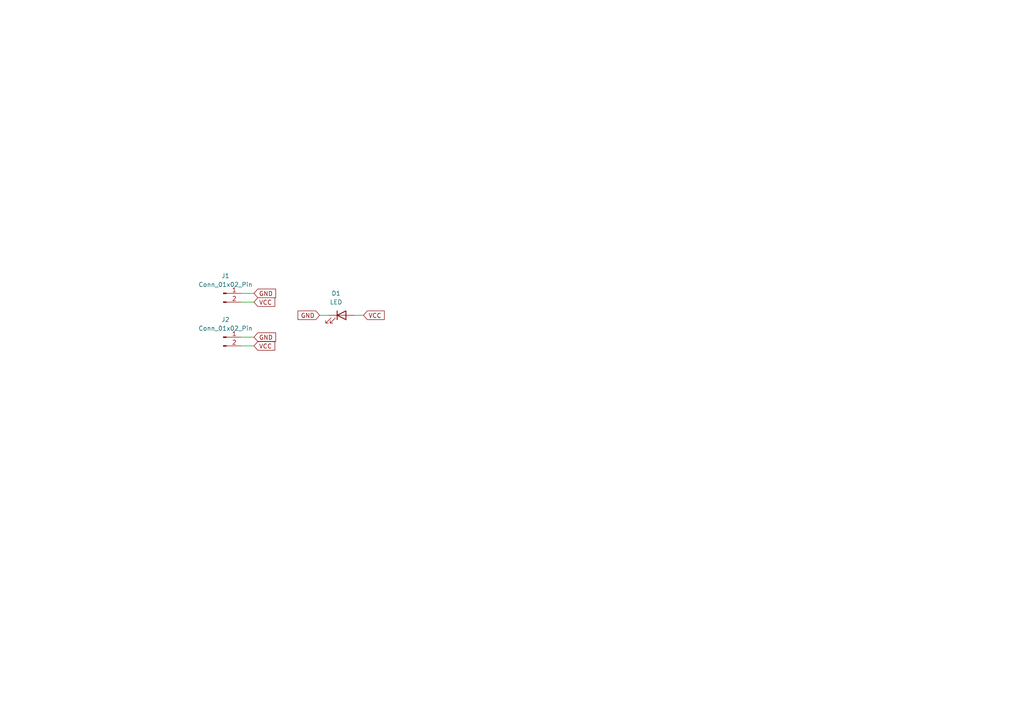
<source format=kicad_sch>
(kicad_sch (version 20250114) (generator "eeschema") (generator_version "9.0")
  (paper "A4")
  (lib_symbols
    (symbol "Connector:Conn_01x02_Pin" (pin_names (offset 1.016) (hide yes))
      (property "Reference" "J" (at 0 2.54 0))
      (property "Value" "Conn_01x02_Pin" (at 0 -5.08 0))
      (symbol "Conn_01x02_Pin_1_1"
        (rectangle (start 0.8636 0.127) (end 0 -0.127) (stroke (width 0.1524)) (fill (type outline)))
        (rectangle (start 0.8636 -2.413) (end 0 -2.667) (stroke (width 0.1524)) (fill (type outline)))
        (polyline (pts (xy 1.27 0) (xy 0.8636 0)) (stroke (width 0.1524)))
        (polyline (pts (xy 1.27 -2.54) (xy 0.8636 -2.54)) (stroke (width 0.1524)))
        (pin passive line (at 5.08 0 180) (length 3.81) (name "Pin_1") (number "1"))
        (pin passive line (at 5.08 -2.54 180) (length 3.81) (name "Pin_2") (number "2"))
      )
    )
    (symbol "Device:LED" (pin_numbers (hide yes)) (pin_names (offset 1.016) (hide yes))
      (property "Reference" "D" (at 0 2.54 0))
      (property "Value" "LED" (at 0 -2.54 0))
      (symbol "LED_0_1"
        (polyline (pts (xy -3.048 -0.762) (xy -4.572 -2.286) (xy -3.81 -2.286) (xy -4.572 -2.286) (xy -4.572 -1.524)))
        (polyline (pts (xy -1.778 -0.762) (xy -3.302 -2.286) (xy -2.54 -2.286) (xy -3.302 -2.286) (xy -3.302 -1.524)))
        (polyline (pts (xy -1.27 0) (xy 1.27 0)))
        (polyline (pts (xy -1.27 -1.27) (xy -1.27 1.27)) (stroke (width 0.254)))
        (polyline (pts (xy 1.27 -1.27) (xy 1.27 1.27) (xy -1.27 0) (xy 1.27 -1.27)) (stroke (width 0.254)))
      )
      (symbol "LED_1_1"
        (pin passive line (at -3.81 0 0) (length 2.54) (name "K") (number "1"))
        (pin passive line (at 3.81 0 180) (length 2.54) (name "A") (number "2"))
      )
    )
  )
  (wire (pts (xy 69.85 85.09) (xy 73.66 85.09)))
  (wire (pts (xy 92.71 91.44) (xy 95.25 91.44)))
  (wire (pts (xy 69.85 87.63) (xy 73.66 87.63)))
  (wire (pts (xy 102.87 91.44) (xy 105.41 91.44)))
  (wire (pts (xy 69.85 100.33) (xy 73.66 100.33)))
  (wire (pts (xy 69.85 97.79) (xy 73.66 97.79)))
  (global_label "GND" (shape input) (at 92.71 91.44 180) (property "Intersheetrefs" "${INTERSHEET_REFS}" (effects (hide yes))))
  (global_label "VCC" (shape input) (at 105.41 91.44 0) (property "Intersheetrefs" "${INTERSHEET_REFS}" (effects (hide yes))))
  (global_label "GND" (shape input) (at 73.66 85.09 0) (property "Intersheetrefs" "${INTERSHEET_REFS}" (effects (hide yes))))
  (global_label "GND" (shape input) (at 73.66 97.79 0) (property "Intersheetrefs" "${INTERSHEET_REFS}" (effects (hide yes))))
  (global_label "VCC" (shape input) (at 73.66 100.33 0) (property "Intersheetrefs" "${INTERSHEET_REFS}" (effects (hide yes))))
  (global_label "VCC" (shape input) (at 73.66 87.63 0) (property "Intersheetrefs" "${INTERSHEET_REFS}" (effects (hide yes))))
  (symbol (lib_id "Device:LED") (at 99.06 91.44 0) (unit 1)
    (property "Reference" "D1" (at 97.4725 85.09 0))
    (property "Value" "LED" (at 97.4725 87.63 0))
    (property "Footprint" "LED_THT:LED_D5.0mm" (effects (hide yes)))
    (property "Description" "Light emitting diode" (effects (hide yes)))
    (property "Sim.Pins" "1=K 2=A" (effects (hide yes)))
  )
  (symbol (lib_id "Connector:Conn_01x02_Pin") (at 64.77 85.09 0) (unit 1)
    (property "Reference" "J1" (at 65.405 80.01 0))
    (property "Value" "Conn_01x02_Pin" (at 65.405 82.55 0))
    (property "Footprint" "Connector_PinHeader_2.54mm:PinHeader_1x02_P2.54mm_Vertical" (effects (hide yes)))
    (property "Description" "Generic connector, single row, 01x02, script generated" (effects (hide yes)))
  )
  (symbol (lib_id "Connector:Conn_01x02_Pin") (at 64.77 97.79 0) (unit 1)
    (property "Reference" "J2" (at 65.405 92.71 0))
    (property "Value" "Conn_01x02_Pin" (at 65.405 95.25 0))
    (property "Footprint" "Connector_PinHeader_2.54mm:PinHeader_1x02_P2.54mm_Vertical" (effects (hide yes)))
    (property "Description" "Generic connector, single row, 01x02, script generated" (effects (hide yes)))
  )
)
</source>
